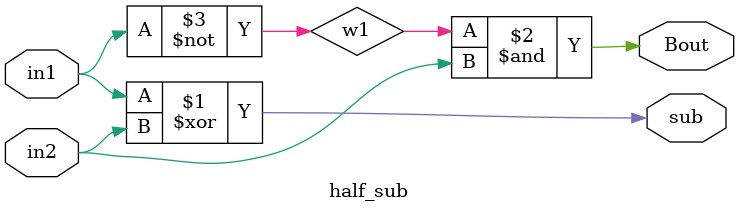
<source format=v>
module full_sub_3bit (Sub, BO, A, B, BI);
  output [2:0] Sub;
  output BO;
  input [2:0] A, B;
  input	BI;
  wire w1, w2;
  
  full_sub M11 (Sub[0], w1, A[0], B[0], BI);
  full_sub M22 (Sub[1], w2, A[1], B[1], w1);
  full_sub M33 (Sub[2], BO, A[2], B[2], w2);
  
endmodule 


module full_sub (sub, bout, in1, in2, bin);
  output sub, bout;
  input in1, in2, bin;
  wire w1,w2,w3;
  half_sub M1 (w1, w2, in1, in2);
  half_sub M2 (sub, w3, w1, bin);
  or M3 (bout, w2, w3);
endmodule

module half_sub (sub, Bout, in1, in2);
  output sub, Bout;
  input in1, in2;
  wire w1;
  xor G1 (sub, in1,in2);
  not G2 (w1, in1);
  and G3 (Bout, w1, in2);
endmodule
</source>
